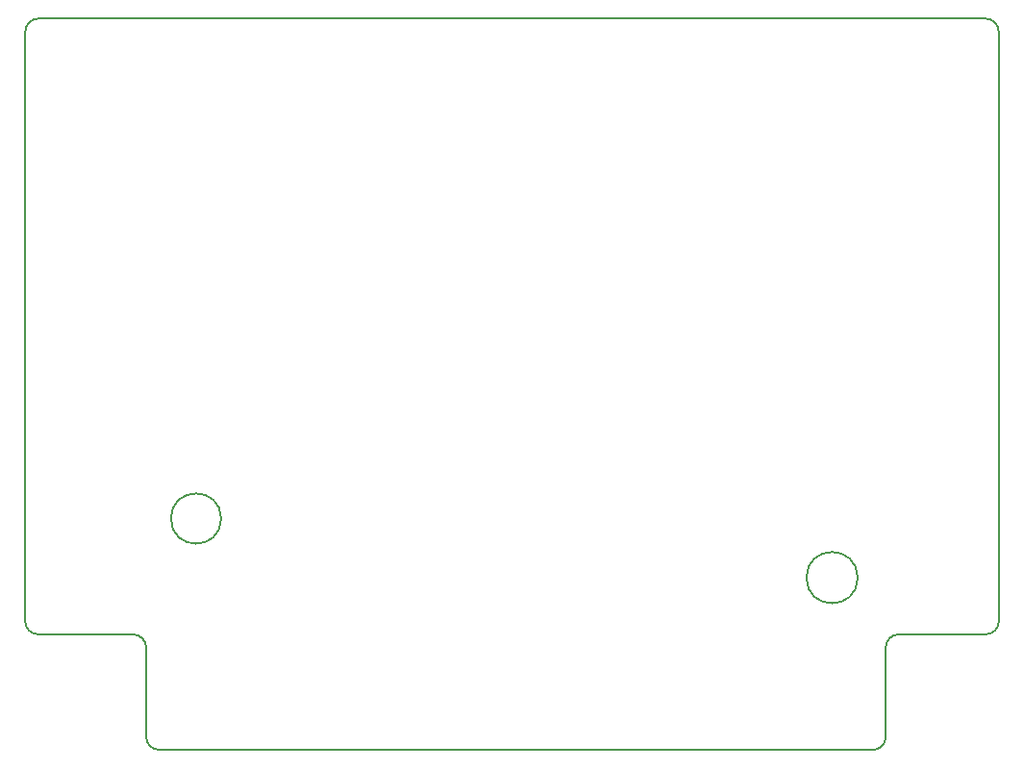
<source format=gbr>
G04 #@! TF.FileFunction,Profile,NP*
%FSLAX46Y46*%
G04 Gerber Fmt 4.6, Leading zero omitted, Abs format (unit mm)*
G04 Created by KiCad (PCBNEW 4.0.7) date 03/27/18 21:59:05*
%MOMM*%
%LPD*%
G01*
G04 APERTURE LIST*
%ADD10C,0.100000*%
%ADD11C,0.150000*%
G04 APERTURE END LIST*
D10*
D11*
X124942600Y-112915700D02*
X124942600Y-105041700D01*
X115443000Y-103886000D02*
X123799600Y-103898700D01*
X114300000Y-102743000D02*
G75*
G03X115443000Y-103886000I1143000J0D01*
G01*
X124942600Y-105041700D02*
G75*
G03X123799600Y-103898700I-1143000J0D01*
G01*
X191223900Y-103886000D02*
X198882000Y-103886000D01*
X200025000Y-102743000D02*
G75*
G02X198882000Y-103886000I-1143000J0D01*
G01*
X190080900Y-112915700D02*
X190080900Y-105029000D01*
X190080900Y-105029000D02*
G75*
G02X191223900Y-103886000I1143000J0D01*
G01*
X131549518Y-93687900D02*
G75*
G03X131549518Y-93687900I-2212718J0D01*
G01*
X187601866Y-98894900D02*
G75*
G03X187601866Y-98894900I-2258066J0D01*
G01*
X200025000Y-50800000D02*
G75*
G03X198882000Y-49657000I-1143000J0D01*
G01*
X115443000Y-49657000D02*
G75*
G03X114300000Y-50800000I0J-1143000D01*
G01*
X190080900Y-112915700D02*
G75*
G02X188937900Y-114058700I-1143000J0D01*
G01*
X124942600Y-112915700D02*
G75*
G03X126085600Y-114058700I1143000J0D01*
G01*
X200025000Y-102743000D02*
X200025000Y-50800000D01*
X126085600Y-114058700D02*
X188937900Y-114058700D01*
X114300000Y-50800000D02*
X114300000Y-102743000D01*
X198882000Y-49657000D02*
X115443000Y-49657000D01*
M02*

</source>
